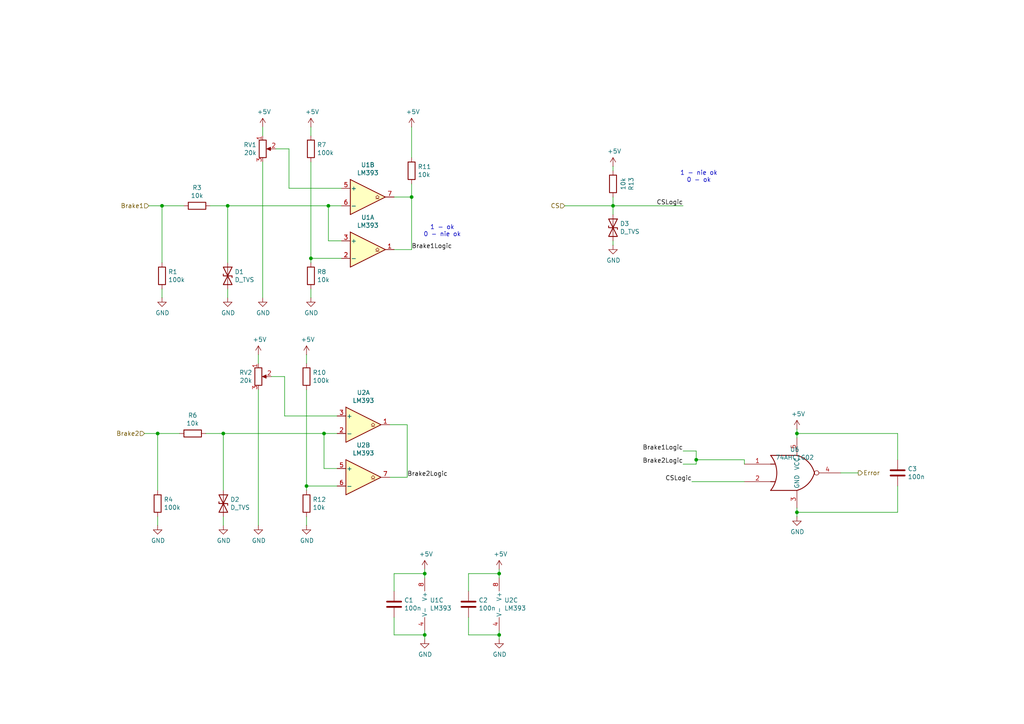
<source format=kicad_sch>
(kicad_sch (version 20231120) (generator "eeschema") (generator_version "8.0")
  (paper "A4")
  (title_block (title "BSPD") (date "2019-06-02") (rev "V3") (company "PUT Motorsport") (comment 1 "Eryk Miśkiewicz"))
  (lib_symbols
    (symbol "74xGxx:74AHC1G02"
      (property "Reference" "U" (at -2.54 3.81 0))
      (property "Value" "74AHC1G02" (at 0 -3.81 0))
      (symbol "74AHC1G02_0_1"
        (arc (start -7.62 -5.08) (mid -5.838 0) (end -7.62 5.08) (stroke (width 0.254)))
        (arc (start 0 -5.08) (mid 3.1986 -3.2054) (end 5.08 0) (stroke (width 0.254)))
        (polyline (pts (xy -7.62 -2.54) (xy -6.35 -2.54)) (stroke (width 0.254)) (fill (type background)))
        (polyline (pts (xy -7.62 2.54) (xy -6.35 2.54)) (stroke (width 0.254)) (fill (type background)))
        (polyline (pts (xy 0 -5.08) (xy -7.62 -5.08)) (stroke (width 0.254)) (fill (type background)))
        (polyline (pts (xy 0 5.08) (xy -7.62 5.08)) (stroke (width 0.254)) (fill (type background)))
        (arc (start 5.08 0) (mid 3.2238 3.2304) (end 0 5.08) (stroke (width 0.254)))
      )
      (symbol "74AHC1G02_1_1"
        (pin input line (at -15.24 2.54 0) (length 7.62) (name "~") (number "1"))
        (pin input line (at -15.24 -2.54 0) (length 7.62) (name "~") (number "2"))
        (pin power_in line (at 0 -10.16 90) (length 5.08) (name "GND") (number "3"))
        (pin output inverted (at 12.7 0 180) (length 7.62) (name "~") (number "4"))
        (pin power_in line (at 0 10.16 270) (length 5.08) (name "VCC") (number "5"))
      )
    )
    (symbol "Comparator:LM393" (pin_names (offset 0.127))
      (property "Reference" "U" (at 3.81 3.81 0))
      (property "Value" "LM393" (at 6.35 -3.81 0))
      (symbol "LM393_1_1"
        (polyline (pts (xy -5.08 5.08) (xy 5.08 0) (xy -5.08 -5.08) (xy -5.08 5.08)) (stroke (width 0.254)) (fill (type background)))
        (polyline (pts (xy 3.302 -0.508) (xy 2.794 -0.508) (xy 3.302 0) (xy 2.794 0.508) (xy 2.286 0) (xy 2.794 -0.508) (xy 2.286 -0.508)) (stroke (width 0.127)))
        (pin open_collector line (at 7.62 0 180) (length 2.54) (name "~") (number "1"))
        (pin input line (at -7.62 -2.54 0) (length 2.54) (name "-") (number "2"))
        (pin input line (at -7.62 2.54 0) (length 2.54) (name "+") (number "3"))
      )
      (symbol "LM393_2_1"
        (polyline (pts (xy -5.08 5.08) (xy 5.08 0) (xy -5.08 -5.08) (xy -5.08 5.08)) (stroke (width 0.254)) (fill (type background)))
        (polyline (pts (xy 3.302 -0.508) (xy 2.794 -0.508) (xy 3.302 0) (xy 2.794 0.508) (xy 2.286 0) (xy 2.794 -0.508) (xy 2.286 -0.508)) (stroke (width 0.127)))
        (pin input line (at -7.62 2.54 0) (length 2.54) (name "+") (number "5"))
        (pin input line (at -7.62 -2.54 0) (length 2.54) (name "-") (number "6"))
        (pin open_collector line (at 7.62 0 180) (length 2.54) (name "~") (number "7"))
      )
      (symbol "LM393_3_1"
        (pin power_in line (at -2.54 -7.62 90) (length 3.81) (name "V-") (number "4"))
        (pin power_in line (at -2.54 7.62 270) (length 3.81) (name "V+") (number "8"))
      )
    )
    (symbol "Device:C" (pin_numbers hide) (pin_names (offset 0.254))
      (property "Reference" "C" (at 0.635 2.54 0))
      (property "Value" "C" (at 0.635 -2.54 0))
      (symbol "C_0_1"
        (polyline (pts (xy -2.032 -0.762) (xy 2.032 -0.762)) (stroke (width 0.508)))
        (polyline (pts (xy -2.032 0.762) (xy 2.032 0.762)) (stroke (width 0.508)))
      )
      (symbol "C_1_1"
        (pin passive line (at 0 3.81 270) (length 2.794) (name "~") (number "1"))
        (pin passive line (at 0 -3.81 90) (length 2.794) (name "~") (number "2"))
      )
    )
    (symbol "Device:D_TVS" (pin_numbers hide) (pin_names (offset 1.016) hide)
      (property "Reference" "D" (at 0 2.54 0))
      (property "Value" "D_TVS" (at 0 -2.54 0))
      (symbol "D_TVS_0_1"
        (polyline (pts (xy 1.27 0) (xy -1.27 0)))
        (polyline (pts (xy 0.508 1.27) (xy 0 1.27) (xy 0 -1.27) (xy -0.508 -1.27)) (stroke (width 0.254)))
        (polyline (pts (xy -2.54 1.27) (xy -2.54 -1.27) (xy 2.54 1.27) (xy 2.54 -1.27) (xy -2.54 1.27)) (stroke (width 0.254)))
      )
      (symbol "D_TVS_1_1"
        (pin passive line (at -3.81 0 0) (length 2.54) (name "A1") (number "1"))
        (pin passive line (at 3.81 0 180) (length 2.54) (name "A2") (number "2"))
      )
    )
    (symbol "Device:R" (pin_numbers hide) (pin_names (offset 0))
      (property "Reference" "R" (at 2.032 0 90))
      (property "Value" "R" (at 0 0 90))
      (symbol "R_0_1"
        (rectangle (start -1.016 -2.54) (end 1.016 2.54) (stroke (width 0.254)))
      )
      (symbol "R_1_1"
        (pin passive line (at 0 3.81 270) (length 1.27) (name "~") (number "1"))
        (pin passive line (at 0 -3.81 90) (length 1.27) (name "~") (number "2"))
      )
    )
    (symbol "Device:R_POT" (pin_names (offset 1.016) hide)
      (property "Reference" "RV" (at -4.445 0 90))
      (property "Value" "Device_R_POT" (at -2.54 0 90))
      (symbol "R_POT_0_1"
        (polyline (pts (xy 2.54 0) (xy 1.524 0)))
        (polyline (pts (xy 1.143 0) (xy 2.286 0.508) (xy 2.286 -0.508) (xy 1.143 0)) (fill (type outline)))
        (rectangle (start 1.016 2.54) (end -1.016 -2.54) (stroke (width 0.254)))
      )
      (symbol "R_POT_1_1"
        (pin passive line (at 0 3.81 270) (length 1.27) (name "1") (number "1"))
        (pin passive line (at 3.81 0 180) (length 1.27) (name "2") (number "2"))
        (pin passive line (at 0 -3.81 90) (length 1.27) (name "3") (number "3"))
      )
    )
    (symbol "power:+5V" (power) (pin_numbers hide) (pin_names (offset 0) hide)
      (property "Value" "+5V" (at 0 3.556 0))
      (symbol "+5V_0_1"
        (polyline (pts (xy -0.762 1.27) (xy 0 2.54)))
        (polyline (pts (xy 0 0) (xy 0 2.54)))
        (polyline (pts (xy 0 2.54) (xy 0.762 1.27)))
      )
      (symbol "+5V_1_1"
        (pin power_in line (at 0 0 90) (length 0) (name "~") (number "1"))
      )
    )
    (symbol "power:GND" (power) (pin_numbers hide) (pin_names (offset 0) hide)
      (property "Value" "GND" (at 0 -3.81 0))
      (symbol "GND_0_1"
        (polyline (pts (xy 0 0) (xy 0 -1.27) (xy 1.27 -1.27) (xy 0 -2.54) (xy -1.27 -1.27) (xy 0 -1.27)))
      )
      (symbol "GND_1_1"
        (pin power_in line (at 0 0 270) (length 0) (name "~") (number "1"))
      )
    )
  )
  (junction (at 95.25 59.69))
  (junction (at 119.38 57.15))
  (junction (at 46.99 59.69))
  (junction (at 66.04 59.69))
  (junction (at 231.14 148.59))
  (junction (at 64.77 125.73))
  (junction (at 144.78 166.37))
  (junction (at 123.19 184.15))
  (junction (at 123.19 166.37))
  (junction (at 90.17 74.93))
  (junction (at 201.93 133.35))
  (junction (at 177.8 59.69))
  (junction (at 45.72 125.73))
  (junction (at 231.14 125.73))
  (junction (at 144.78 184.15))
  (junction (at 88.9 140.97))
  (junction (at 93.98 125.73))
  (wire (pts (xy 99.06 69.85) (xy 95.25 69.85)))
  (wire (pts (xy 95.25 59.69) (xy 99.06 59.69)))
  (wire (pts (xy 95.25 59.69) (xy 95.25 69.85)))
  (wire (pts (xy 99.06 74.93) (xy 90.17 74.93)))
  (wire (pts (xy 243.84 137.16) (xy 248.92 137.16)))
  (wire (pts (xy 88.9 140.97) (xy 88.9 142.24)))
  (wire (pts (xy 45.72 125.73) (xy 52.07 125.73)))
  (wire (pts (xy 123.19 166.37) (xy 123.19 167.64)))
  (wire (pts (xy 201.93 130.81) (xy 201.93 133.35)))
  (wire (pts (xy 83.82 43.18) (xy 83.82 54.61)))
  (wire (pts (xy 66.04 86.36) (xy 66.04 83.82)))
  (wire (pts (xy 45.72 125.73) (xy 41.91 125.73)))
  (wire (pts (xy 201.93 133.35) (xy 201.93 134.62)))
  (wire (pts (xy 82.55 120.65) (xy 97.79 120.65)))
  (wire (pts (xy 88.9 113.03) (xy 88.9 140.97)))
  (wire (pts (xy 123.19 166.37) (xy 114.3 166.37)))
  (wire (pts (xy 215.9 133.35) (xy 215.9 134.62)))
  (wire (pts (xy 46.99 59.69) (xy 46.99 76.2)))
  (wire (pts (xy 46.99 59.69) (xy 43.18 59.69)))
  (wire (pts (xy 93.98 125.73) (xy 97.79 125.73)))
  (wire (pts (xy 76.2 46.99) (xy 76.2 86.36)))
  (wire (pts (xy 64.77 142.24) (xy 64.77 125.73)))
  (wire (pts (xy 135.89 184.15) (xy 144.78 184.15)))
  (wire (pts (xy 45.72 125.73) (xy 45.72 142.24)))
  (wire (pts (xy 74.93 102.87) (xy 74.93 105.41)))
  (wire (pts (xy 260.35 148.59) (xy 260.35 140.97)))
  (wire (pts (xy 123.19 184.15) (xy 123.19 182.88)))
  (wire (pts (xy 201.93 134.62) (xy 198.12 134.62)))
  (wire (pts (xy 66.04 76.2) (xy 66.04 59.69)))
  (wire (pts (xy 144.78 184.15) (xy 144.78 182.88)))
  (wire (pts (xy 76.2 36.83) (xy 76.2 39.37)))
  (wire (pts (xy 46.99 59.69) (xy 53.34 59.69)))
  (wire (pts (xy 144.78 185.42) (xy 144.78 184.15)))
  (wire (pts (xy 74.93 113.03) (xy 74.93 152.4)))
  (wire (pts (xy 260.35 125.73) (xy 260.35 133.35)))
  (wire (pts (xy 46.99 86.36) (xy 46.99 83.82)))
  (wire (pts (xy 177.8 71.12) (xy 177.8 69.85)))
  (wire (pts (xy 64.77 125.73) (xy 93.98 125.73)))
  (wire (pts (xy 135.89 166.37) (xy 135.89 171.45)))
  (wire (pts (xy 97.79 140.97) (xy 88.9 140.97)))
  (wire (pts (xy 231.14 148.59) (xy 260.35 148.59)))
  (wire (pts (xy 201.93 133.35) (xy 215.9 133.35)))
  (wire (pts (xy 177.8 48.26) (xy 177.8 49.53)))
  (wire (pts (xy 144.78 166.37) (xy 144.78 167.64)))
  (wire (pts (xy 93.98 125.73) (xy 93.98 135.89)))
  (wire (pts (xy 231.14 125.73) (xy 231.14 127)))
  (wire (pts (xy 144.78 165.1) (xy 144.78 166.37)))
  (wire (pts (xy 80.01 43.18) (xy 83.82 43.18)))
  (wire (pts (xy 82.55 109.22) (xy 82.55 120.65)))
  (wire (pts (xy 78.74 109.22) (xy 82.55 109.22)))
  (wire (pts (xy 144.78 166.37) (xy 135.89 166.37)))
  (wire (pts (xy 119.38 72.39) (xy 119.38 57.15)))
  (wire (pts (xy 114.3 166.37) (xy 114.3 171.45)))
  (wire (pts (xy 66.04 59.69) (xy 95.25 59.69)))
  (wire (pts (xy 231.14 125.73) (xy 260.35 125.73)))
  (wire (pts (xy 88.9 105.41) (xy 88.9 102.87)))
  (wire (pts (xy 119.38 57.15) (xy 119.38 53.34)))
  (wire (pts (xy 45.72 152.4) (xy 45.72 149.86)))
  (wire (pts (xy 113.03 138.43) (xy 118.11 138.43)))
  (wire (pts (xy 59.69 125.73) (xy 64.77 125.73)))
  (wire (pts (xy 163.83 59.69) (xy 177.8 59.69)))
  (wire (pts (xy 60.96 59.69) (xy 66.04 59.69)))
  (wire (pts (xy 198.12 130.81) (xy 201.93 130.81)))
  (wire (pts (xy 114.3 57.15) (xy 119.38 57.15)))
  (wire (pts (xy 90.17 39.37) (xy 90.17 36.83)))
  (wire (pts (xy 90.17 46.99) (xy 90.17 74.93)))
  (wire (pts (xy 114.3 179.07) (xy 114.3 184.15)))
  (wire (pts (xy 177.8 59.69) (xy 198.12 59.69)))
  (wire (pts (xy 64.77 152.4) (xy 64.77 149.86)))
  (wire (pts (xy 113.03 123.19) (xy 118.11 123.19)))
  (wire (pts (xy 114.3 72.39) (xy 119.38 72.39)))
  (wire (pts (xy 231.14 147.32) (xy 231.14 148.59)))
  (wire (pts (xy 231.14 124.46) (xy 231.14 125.73)))
  (wire (pts (xy 123.19 185.42) (xy 123.19 184.15)))
  (wire (pts (xy 231.14 148.59) (xy 231.14 149.86)))
  (wire (pts (xy 118.11 138.43) (xy 118.11 123.19)))
  (wire (pts (xy 123.19 165.1) (xy 123.19 166.37)))
  (wire (pts (xy 135.89 179.07) (xy 135.89 184.15)))
  (wire (pts (xy 83.82 54.61) (xy 99.06 54.61)))
  (wire (pts (xy 200.66 139.7) (xy 215.9 139.7)))
  (wire (pts (xy 177.8 62.23) (xy 177.8 59.69)))
  (wire (pts (xy 177.8 59.69) (xy 177.8 57.15)))
  (wire (pts (xy 97.79 135.89) (xy 93.98 135.89)))
  (wire (pts (xy 88.9 152.4) (xy 88.9 149.86)))
  (wire (pts (xy 114.3 184.15) (xy 123.19 184.15)))
  (wire (pts (xy 90.17 86.36) (xy 90.17 83.82)))
  (wire (pts (xy 119.38 36.83) (xy 119.38 45.72)))
  (wire (pts (xy 90.17 74.93) (xy 90.17 76.2)))
  (text "1 - ok\n0 - nie ok\n" (at 128.27 67.056 0) (effects (font (size 1.27 1.27))))
  (text "1 - nie ok\n0 - ok\n" (at 202.692 51.308 0) (effects (font (size 1.27 1.27))))
  (label "Brake1Logic" (at 198.12 130.81 180))
  (label "CSLogic" (at 198.12 59.69 180))
  (label "Brake2Logic" (at 118.11 138.43 0))
  (label "Brake1Logic" (at 119.38 72.39 0))
  (label "Brake2Logic" (at 198.12 134.62 180))
  (label "CSLogic" (at 200.66 139.7 180))
  (hierarchical_label "Brake1" (shape input) (at 43.18 59.69 180))
  (hierarchical_label "CS" (shape input) (at 163.83 59.69 180))
  (hierarchical_label "Brake2" (shape input) (at 41.91 125.73 180))
  (hierarchical_label "Error" (shape output) (at 248.92 137.16 0))
  (symbol (lib_id "Comparator:LM393") (at 106.68 72.39 0) (unit 1)
    (property "Reference" "U1" (at 106.68 63.0682 0))
    (property "Value" "LM393" (at 106.68 65.3796 0))
    (property "Footprint" "Package_SO:SOIC-8_3.9x4.9mm_P1.27mm" (effects (hide yes)))
    (property "Datasheet" "http://www.ti.com/lit/ds/symlink/lm393-n.pdf" (effects (hide yes)))
  )
  (symbol (lib_id "Comparator:LM393") (at 106.68 57.15 0) (unit 2)
    (property "Reference" "U1" (at 106.68 47.8282 0))
    (property "Value" "LM393" (at 106.68 50.1396 0))
    (property "Footprint" "Package_SO:SOIC-8_3.9x4.9mm_P1.27mm" (effects (hide yes)))
    (property "Datasheet" "http://www.ti.com/lit/ds/symlink/lm393-n.pdf" (effects (hide yes)))
  )
  (symbol (lib_id "Device:R") (at 119.38 49.53 0) (unit 1)
    (property "Reference" "R11" (at 121.158 48.3616 0) (effects (justify left)))
    (property "Value" "10k" (at 121.158 50.673 0) (effects (justify left)))
    (property "Footprint" "Resistor_SMD:R_1206_3216Metric" (effects (hide yes)))
  )
  (symbol (lib_id "Device:R") (at 90.17 43.18 0) (unit 1)
    (property "Reference" "R7" (at 91.948 42.0116 0) (effects (justify left)))
    (property "Value" "100k" (at 91.948 44.323 0) (effects (justify left)))
    (property "Footprint" "Resistor_SMD:R_1206_3216Metric" (effects (hide yes)))
  )
  (symbol (lib_id "Device:R") (at 90.17 80.01 0) (unit 1)
    (property "Reference" "R8" (at 91.948 78.8416 0) (effects (justify left)))
    (property "Value" "10k" (at 91.948 81.153 0) (effects (justify left)))
    (property "Footprint" "Resistor_SMD:R_1206_3216Metric" (effects (hide yes)))
  )
  (symbol (lib_id "Device:R") (at 46.99 80.01 0) (unit 1)
    (property "Reference" "R1" (at 48.768 78.8416 0) (effects (justify left)))
    (property "Value" "100k" (at 48.768 81.153 0) (effects (justify left)))
    (property "Footprint" "Resistor_SMD:R_1206_3216Metric" (effects (hide yes)))
  )
  (symbol (lib_id "Device:R") (at 57.15 59.69 270) (unit 1)
    (property "Reference" "R3" (at 57.15 54.4322 90))
    (property "Value" "10k" (at 57.15 56.7436 90))
    (property "Footprint" "Resistor_SMD:R_1206_3216Metric" (effects (hide yes)))
  )
  (symbol (lib_id "power:+5V") (at 76.2 36.83 0) (unit 1)
    (property "Reference" "#PWR0101" (effects (hide yes)))
    (property "Value" "+5V" (at 76.581 32.4358 0))
  )
  (symbol (lib_id "power:+5V") (at 90.17 36.83 0) (unit 1)
    (property "Reference" "#PWR0102" (effects (hide yes)))
    (property "Value" "+5V" (at 90.551 32.4358 0))
  )
  (symbol (lib_id "power:+5V") (at 119.38 36.83 0) (unit 1)
    (property "Reference" "#PWR0103" (effects (hide yes)))
    (property "Value" "+5V" (at 119.761 32.4358 0))
  )
  (symbol (lib_id "Device:R_POT") (at 76.2 43.18 0) (unit 1)
    (property "Reference" "RV1" (at 74.422 42.0116 0) (effects (justify right)))
    (property "Value" "20k" (at 74.422 44.323 0) (effects (justify right)))
    (property "Footprint" "Potentiometer_THT:Potentiometer_ACP_CA9-H2,5_Horizontal" (effects (hide yes)))
  )
  (symbol (lib_id "power:GND") (at 90.17 86.36 0) (unit 1)
    (property "Reference" "#PWR0104" (effects (hide yes)))
    (property "Value" "GND" (at 90.297 90.7542 0))
  )
  (symbol (lib_id "power:GND") (at 76.2 86.36 0) (unit 1)
    (property "Reference" "#PWR0105" (effects (hide yes)))
    (property "Value" "GND" (at 76.327 90.7542 0))
  )
  (symbol (lib_id "power:GND") (at 46.99 86.36 0) (unit 1)
    (property "Reference" "#PWR0106" (effects (hide yes)))
    (property "Value" "GND" (at 47.117 90.7542 0))
  )
  (symbol (lib_id "Device:D_TVS") (at 66.04 80.01 270) (unit 1)
    (property "Reference" "D1" (at 68.0466 78.8416 90) (effects (justify left)))
    (property "Value" "D_TVS" (at 68.0466 81.153 90) (effects (justify left)))
    (property "Footprint" "Diode_SMD:D_SMB" (effects (hide yes)))
  )
  (symbol (lib_id "power:GND") (at 66.04 86.36 0) (unit 1)
    (property "Reference" "#PWR0107" (effects (hide yes)))
    (property "Value" "GND" (at 66.167 90.7542 0))
  )
  (symbol (lib_id "Device:D_TVS") (at 177.8 66.04 270) (unit 1)
    (property "Reference" "D3" (at 179.8066 64.8716 90) (effects (justify left)))
    (property "Value" "D_TVS" (at 179.8066 67.183 90) (effects (justify left)))
    (property "Footprint" "Diode_SMD:D_SMB" (effects (hide yes)))
  )
  (symbol (lib_id "power:GND") (at 177.8 71.12 0) (unit 1)
    (property "Reference" "#PWR0121" (effects (hide yes)))
    (property "Value" "GND" (at 177.927 75.5142 0))
  )
  (symbol (lib_id "Comparator:LM393") (at 125.73 175.26 0) (unit 3)
    (property "Reference" "U1" (at 124.6632 174.0916 0) (effects (justify left)))
    (property "Value" "LM393" (at 124.6632 176.403 0) (effects (justify left)))
    (property "Footprint" "Package_SO:SOIC-8_3.9x4.9mm_P1.27mm" (effects (hide yes)))
    (property "Datasheet" "http://www.ti.com/lit/ds/symlink/lm393-n.pdf" (effects (hide yes)))
  )
  (symbol (lib_id "power:+5V") (at 123.19 165.1 0) (unit 1)
    (property "Reference" "#PWR0122" (effects (hide yes)))
    (property "Value" "+5V" (at 123.571 160.7058 0))
  )
  (symbol (lib_id "power:GND") (at 123.19 185.42 0) (unit 1)
    (property "Reference" "#PWR0123" (effects (hide yes)))
    (property "Value" "GND" (at 123.317 189.8142 0))
  )
  (symbol (lib_id "Device:C") (at 114.3 175.26 0) (unit 1)
    (property "Reference" "C1" (at 117.221 174.0916 0) (effects (justify left)))
    (property "Value" "100n" (at 117.221 176.403 0) (effects (justify left)))
    (property "Footprint" "Capacitor_SMD:C_1206_3216Metric" (effects (hide yes)))
  )
  (symbol (lib_id "74xGxx:74AHC1G02") (at 231.14 137.16 0) (unit 1)
    (property "Reference" "U6" (at 230.505 130.3782 0))
    (property "Value" "74AHC1G02" (at 230.505 132.6896 0))
    (property "Footprint" "Package_TO_SOT_SMD:SOT-23-5" (effects (hide yes)))
    (property "Datasheet" "http://www.ti.com/lit/sg/scyt129e/scyt129e.pdf" (effects (hide yes)))
  )
  (symbol (lib_id "Device:R") (at 88.9 109.22 0) (unit 1)
    (property "Reference" "R10" (at 90.678 108.0516 0) (effects (justify left)))
    (property "Value" "100k" (at 90.678 110.363 0) (effects (justify left)))
    (property "Footprint" "Resistor_SMD:R_1206_3216Metric" (effects (hide yes)))
  )
  (symbol (lib_id "Device:R") (at 88.9 146.05 0) (unit 1)
    (property "Reference" "R12" (at 90.678 144.8816 0) (effects (justify left)))
    (property "Value" "10k" (at 90.678 147.193 0) (effects (justify left)))
    (property "Footprint" "Resistor_SMD:R_1206_3216Metric" (effects (hide yes)))
  )
  (symbol (lib_id "Device:R") (at 45.72 146.05 0) (unit 1)
    (property "Reference" "R4" (at 47.498 144.8816 0) (effects (justify left)))
    (property "Value" "100k" (at 47.498 147.193 0) (effects (justify left)))
    (property "Footprint" "Resistor_SMD:R_1206_3216Metric" (effects (hide yes)))
  )
  (symbol (lib_id "Device:R") (at 55.88 125.73 270) (unit 1)
    (property "Reference" "R6" (at 55.88 120.4722 90))
    (property "Value" "10k" (at 55.88 122.7836 90))
    (property "Footprint" "Resistor_SMD:R_1206_3216Metric" (effects (hide yes)))
  )
  (symbol (lib_id "power:+5V") (at 74.93 102.87 0) (unit 1)
    (property "Reference" "#PWR05" (effects (hide yes)))
    (property "Value" "+5V" (at 75.311 98.4758 0))
  )
  (symbol (lib_id "power:+5V") (at 88.9 102.87 0) (unit 1)
    (property "Reference" "#PWR07" (effects (hide yes)))
    (property "Value" "+5V" (at 89.281 98.4758 0))
  )
  (symbol (lib_id "Device:R_POT") (at 74.93 109.22 0) (unit 1)
    (property "Reference" "RV2" (at 73.152 108.0516 0) (effects (justify right)))
    (property "Value" "20k" (at 73.152 110.363 0) (effects (justify right)))
    (property "Footprint" "Potentiometer_THT:Potentiometer_ACP_CA9-H2,5_Horizontal" (effects (hide yes)))
  )
  (symbol (lib_id "power:GND") (at 88.9 152.4 0) (unit 1)
    (property "Reference" "#PWR08" (effects (hide yes)))
    (property "Value" "GND" (at 89.027 156.7942 0))
  )
  (symbol (lib_id "power:GND") (at 74.93 152.4 0) (unit 1)
    (property "Reference" "#PWR06" (effects (hide yes)))
    (property "Value" "GND" (at 75.057 156.7942 0))
  )
  (symbol (lib_id "power:GND") (at 45.72 152.4 0) (unit 1)
    (property "Reference" "#PWR03" (effects (hide yes)))
    (property "Value" "GND" (at 45.847 156.7942 0))
  )
  (symbol (lib_id "Device:D_TVS") (at 64.77 146.05 270) (unit 1)
    (property "Reference" "D2" (at 66.7766 144.8816 90) (effects (justify left)))
    (property "Value" "D_TVS" (at 66.7766 147.193 90) (effects (justify left)))
    (property "Footprint" "Diode_SMD:D_SMB" (effects (hide yes)))
  )
  (symbol (lib_id "power:GND") (at 64.77 152.4 0) (unit 1)
    (property "Reference" "#PWR04" (effects (hide yes)))
    (property "Value" "GND" (at 64.897 156.7942 0))
  )
  (symbol (lib_id "power:+5V") (at 144.78 165.1 0) (unit 1)
    (property "Reference" "#PWR010" (effects (hide yes)))
    (property "Value" "+5V" (at 145.161 160.7058 0))
  )
  (symbol (lib_id "power:GND") (at 144.78 185.42 0) (unit 1)
    (property "Reference" "#PWR011" (effects (hide yes)))
    (property "Value" "GND" (at 144.907 189.8142 0))
  )
  (symbol (lib_id "Device:C") (at 135.89 175.26 0) (unit 1)
    (property "Reference" "C2" (at 138.811 174.0916 0) (effects (justify left)))
    (property "Value" "100n" (at 138.811 176.403 0) (effects (justify left)))
    (property "Footprint" "Capacitor_SMD:C_1206_3216Metric" (effects (hide yes)))
  )
  (symbol (lib_id "Comparator:LM393") (at 105.41 123.19 0) (unit 1)
    (property "Reference" "U2" (at 105.41 113.8682 0))
    (property "Value" "LM393" (at 105.41 116.1796 0))
    (property "Footprint" "Package_SO:SOIC-8_3.9x4.9mm_P1.27mm" (effects (hide yes)))
    (property "Datasheet" "http://www.ti.com/lit/ds/symlink/lm393.pdf" (effects (hide yes)))
  )
  (symbol (lib_id "Comparator:LM393") (at 105.41 138.43 0) (unit 2)
    (property "Reference" "U2" (at 105.41 129.1082 0))
    (property "Value" "LM393" (at 105.41 131.4196 0))
    (property "Footprint" "Package_SO:SOIC-8_3.9x4.9mm_P1.27mm" (effects (hide yes)))
    (property "Datasheet" "http://www.ti.com/lit/ds/symlink/lm393.pdf" (effects (hide yes)))
  )
  (symbol (lib_id "Comparator:LM393") (at 147.32 175.26 0) (unit 3)
    (property "Reference" "U2" (at 146.2532 174.0916 0) (effects (justify left)))
    (property "Value" "LM393" (at 146.2532 176.403 0) (effects (justify left)))
    (property "Footprint" "Package_SO:SOIC-8_3.9x4.9mm_P1.27mm" (effects (hide yes)))
    (property "Datasheet" "http://www.ti.com/lit/ds/symlink/lm393.pdf" (effects (hide yes)))
  )
  (symbol (lib_id "Device:R") (at 177.8 53.34 180) (unit 1)
    (property "Reference" "R13" (at 183.0578 53.34 90))
    (property "Value" "10k" (at 180.7464 53.34 90))
    (property "Footprint" "Resistor_SMD:R_1206_3216Metric" (effects (hide yes)))
  )
  (symbol (lib_id "power:+5V") (at 177.8 48.26 0) (unit 1)
    (property "Reference" "#PWR013" (effects (hide yes)))
    (property "Value" "+5V" (at 178.181 43.8658 0))
  )
  (symbol (lib_id "Device:C") (at 260.35 137.16 0) (unit 1)
    (property "Reference" "C3" (at 263.271 135.9916 0) (effects (justify left)))
    (property "Value" "100n" (at 263.271 138.303 0) (effects (justify left)))
    (property "Footprint" "Capacitor_SMD:C_1206_3216Metric" (effects (hide yes)))
  )
  (symbol (lib_id "power:GND") (at 231.14 149.86 0) (unit 1)
    (property "Reference" "#PWR015" (effects (hide yes)))
    (property "Value" "GND" (at 231.267 154.2542 0))
  )
  (symbol (lib_id "power:+5V") (at 231.14 124.46 0) (unit 1)
    (property "Reference" "#PWR014" (effects (hide yes)))
    (property "Value" "+5V" (at 231.521 120.0658 0))
  )
)
</source>
